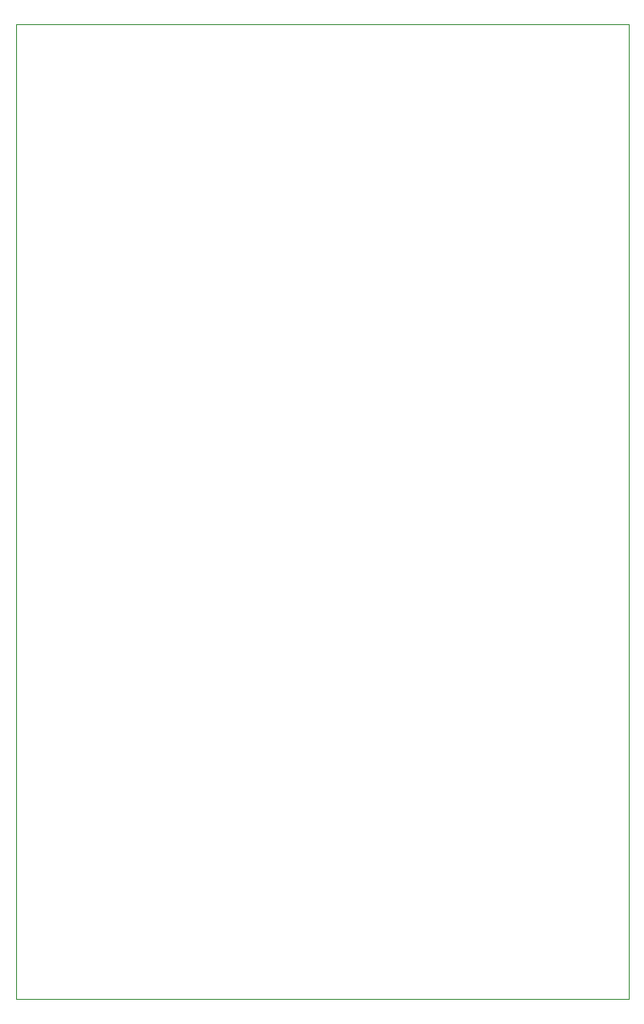
<source format=gko>
G04*
G04 #@! TF.GenerationSoftware,Altium Limited,Altium Designer,20.1.8 (145)*
G04*
G04 Layer_Color=16711935*
%FSLAX25Y25*%
%MOIN*%
G70*
G04*
G04 #@! TF.SameCoordinates,DCF3A4A8-B772-48C9-94DF-C36B93A42D3A*
G04*
G04*
G04 #@! TF.FilePolarity,Positive*
G04*
G01*
G75*
%ADD73C,0.00394*%
D73*
X0Y0D02*
Y362591D01*
Y0D02*
X228000D01*
X228000Y362591D01*
X0D02*
X228000D01*
M02*

</source>
